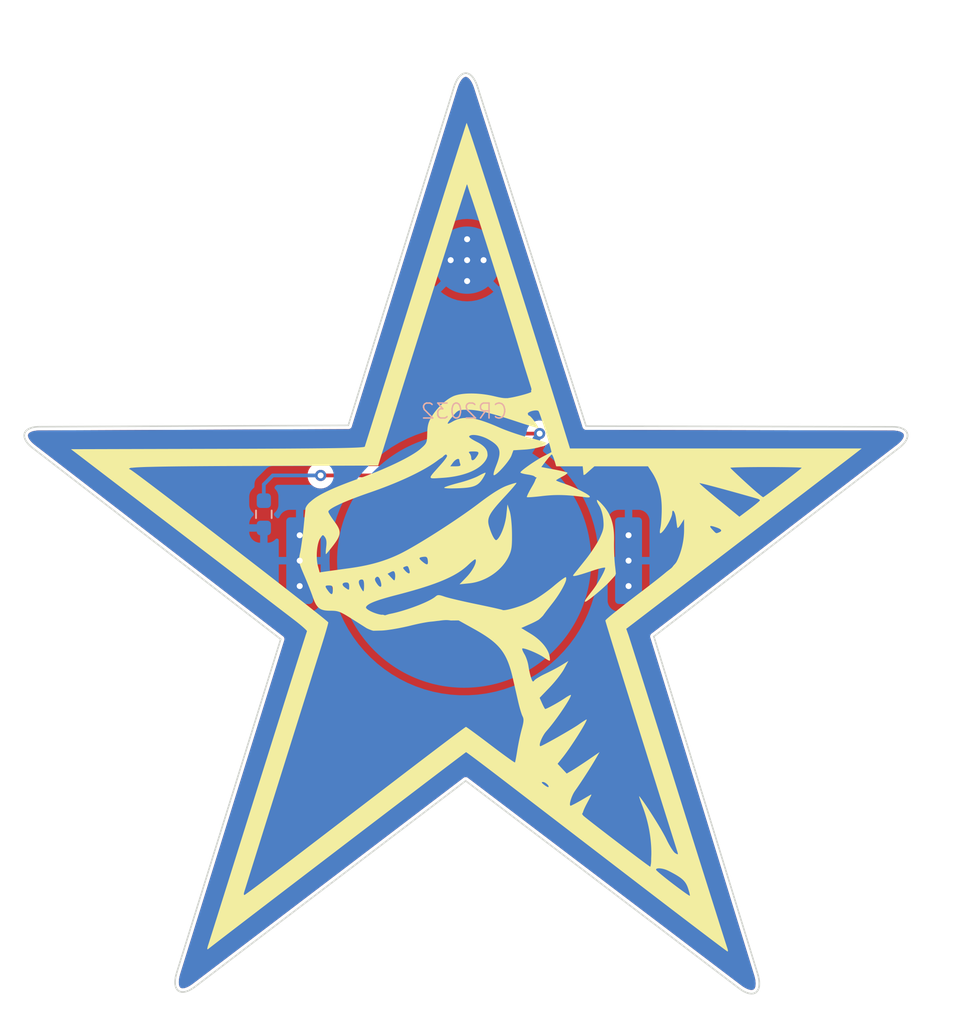
<source format=kicad_pcb>
(kicad_pcb (version 20240108) (generator "pcbnew") (generator_version "8.0")
  (layers (0 "F.Cu" signal) (31 "B.Cu" signal) (34 "B.Paste" user) (35 "F.Paste" user) (36 "B.SilkS" user "B.Silkscreen") (37 "F.SilkS" user "F.Silkscreen") (38 "B.Mask" user) (39 "F.Mask" user) (44 "Edge.Cuts" user))
  (net 0 "")
  (net 1 "+BATT")
  (net 2 "Net-(D1-A)")
  (net 3 "Net-(CR2032--)")
  (footprint "badge:mozilla-lizard-star-logo" (layer "F.Cu") (at 29.1 37.8)
    (property "Reference" "mozilla-lizard-star-logo" (hide yes))
    (property "Value" "mozilla-lizard-star-logo" (hide yes))
    (fp_line (start 1.273079 25.802876) (end 1.27353 25.861877) (stroke (width 0.103188)) (layer "Edge.Cuts"))
    (fp_line (start 1.27353 25.861877) (end 1.281028 25.922751) (stroke (width 0.103188)) (layer "Edge.Cuts"))
    (fp_line (start 1.279625 25.745908) (end 1.273079 25.802876) (stroke (width 0.103188)) (layer "Edge.Cuts"))
    (fp_line (start 1.281028 25.922751) (end 1.295624 25.985339) (stroke (width 0.103188)) (layer "Edge.Cuts"))
    (fp_line (start 1.293117 25.691131) (end 1.279625 25.745908) (stroke (width 0.103188)) (layer "Edge.Cuts"))
    (fp_line (start 1.295624 25.985339) (end 1.317368 26.049484) (stroke (width 0.103188)) (layer "Edge.Cuts"))
    (fp_line (start 1.313507 25.638705) (end 1.293117 25.691131) (stroke (width 0.103188)) (layer "Edge.Cuts"))
    (fp_line (start 1.317368 26.049484) (end 1.346309 26.115025) (stroke (width 0.103188)) (layer "Edge.Cuts"))
    (fp_line (start 1.340743 25.588788) (end 1.313507 25.638705) (stroke (width 0.103188)) (layer "Edge.Cuts"))
    (fp_line (start 1.346309 26.115025) (end 1.382499 26.181805) (stroke (width 0.103188)) (layer "Edge.Cuts"))
    (fp_line (start 1.374775 25.541539) (end 1.340743 25.588788) (stroke (width 0.103188)) (layer "Edge.Cuts"))
    (fp_line (start 1.382499 26.181805) (end 1.425987 26.249663) (stroke (width 0.103188)) (layer "Edge.Cuts"))
    (fp_line (start 1.415553 25.497116) (end 1.374775 25.541539) (stroke (width 0.103188)) (layer "Edge.Cuts"))
    (fp_line (start 1.425987 26.249663) (end 1.476824 26.318442) (stroke (width 0.103188)) (layer "Edge.Cuts"))
    (fp_line (start 1.463026 25.45568) (end 1.415553 25.497116) (stroke (width 0.103188)) (layer "Edge.Cuts"))
    (fp_line (start 1.476824 26.318442) (end 1.535059 26.387982) (stroke (width 0.103188)) (layer "Edge.Cuts"))
    (fp_line (start 1.517146 25.417389) (end 1.463026 25.45568) (stroke (width 0.103188)) (layer "Edge.Cuts"))
    (fp_line (start 1.535059 26.387982) (end 1.600744 26.458125) (stroke (width 0.103188)) (layer "Edge.Cuts"))
    (fp_line (start 1.57786 25.382401) (end 1.517146 25.417389) (stroke (width 0.103188)) (layer "Edge.Cuts"))
    (fp_line (start 1.600744 26.458125) (end 1.673928 26.52871) (stroke (width 0.103188)) (layer "Edge.Cuts"))
    (fp_line (start 1.64512 25.350875) (end 1.57786 25.382401) (stroke (width 0.103188)) (layer "Edge.Cuts"))
    (fp_line (start 1.673928 26.52871) (end 1.754661 26.599581) (stroke (width 0.103188)) (layer "Edge.Cuts"))
    (fp_line (start 1.718875 25.322972) (end 1.64512 25.350875) (stroke (width 0.103188)) (layer "Edge.Cuts"))
    (fp_line (start 1.754661 26.599581) (end 1.842994 26.670577) (stroke (width 0.103188)) (layer "Edge.Cuts"))
    (fp_line (start 1.799074 25.298848) (end 1.718875 25.322972) (stroke (width 0.103188)) (layer "Edge.Cuts"))
    (fp_line (start 1.842994 26.670577) (end 18.429946 39.451677) (stroke (width 0.103188)) (layer "Edge.Cuts"))
    (fp_line (start 1.885667 25.278664) (end 1.799074 25.298848) (stroke (width 0.103188)) (layer "Edge.Cuts"))
    (fp_line (start 1.978605 25.262578) (end 1.885667 25.278664) (stroke (width 0.103188)) (layer "Edge.Cuts"))
    (fp_line (start 2.077837 25.250749) (end 1.978605 25.262578) (stroke (width 0.103188)) (layer "Edge.Cuts"))
    (fp_line (start 2.183312 25.243336) (end 2.077837 25.250749) (stroke (width 0.103188)) (layer "Edge.Cuts"))
    (fp_line (start 2.294981 25.240497) (end 2.183312 25.243336) (stroke (width 0.103188)) (layer "Edge.Cuts"))
    (fp_line (start 11.362288 62.415546) (end 11.365794 62.494284) (stroke (width 0.103188)) (layer "Edge.Cuts"))
    (fp_line (start 11.363596 62.332044) (end 11.362288 62.415546) (stroke (width 0.103188)) (layer "Edge.Cuts"))
    (fp_line (start 11.365794 62.494284) (end 11.37401 62.568178) (stroke (width 0.103188)) (layer "Edge.Cuts"))
    (fp_line (start 11.36982 62.243857) (end 11.363596 62.332044) (stroke (width 0.103188)) (layer "Edge.Cuts"))
    (fp_line (start 11.37401 62.568178) (end 11.386833 62.63715) (stroke (width 0.103188)) (layer "Edge.Cuts"))
    (fp_line (start 11.381065 62.151064) (end 11.36982 62.243857) (stroke (width 0.103188)) (layer "Edge.Cuts"))
    (fp_line (start 11.386833 62.63715) (end 11.404159 62.701121) (stroke (width 0.103188)) (layer "Edge.Cuts"))
    (fp_line (start 11.397433 62.053745) (end 11.381065 62.151064) (stroke (width 0.103188)) (layer "Edge.Cuts"))
    (fp_line (start 11.404159 62.701121) (end 11.425886 62.760011) (stroke (width 0.103188)) (layer "Edge.Cuts"))
    (fp_line (start 11.419028 61.951977) (end 11.397433 62.053745) (stroke (width 0.103188)) (layer "Edge.Cuts"))
    (fp_line (start 11.425886 62.760011) (end 11.45191 62.813741) (stroke (width 0.103188)) (layer "Edge.Cuts"))
    (fp_line (start 11.445953 61.845841) (end 11.419028 61.951977) (stroke (width 0.103188)) (layer "Edge.Cuts"))
    (fp_line (start 11.45191 62.813741) (end 11.482128 62.862233) (stroke (width 0.103188)) (layer "Edge.Cuts"))
    (fp_line (start 11.478311 61.735415) (end 11.445953 61.845841) (stroke (width 0.103188)) (layer "Edge.Cuts"))
    (fp_line (start 11.482128 62.862233) (end 11.516436 62.905406) (stroke (width 0.103188)) (layer "Edge.Cuts"))
    (fp_line (start 11.516436 62.905406) (end 11.554731 62.943183) (stroke (width 0.103188)) (layer "Edge.Cuts"))
    (fp_line (start 11.554731 62.943183) (end 11.59691 62.975483) (stroke (width 0.103188)) (layer "Edge.Cuts"))
    (fp_line (start 11.59691 62.975483) (end 11.64287 63.002229) (stroke (width 0.103188)) (layer "Edge.Cuts"))
    (fp_line (start 11.64287 63.002229) (end 11.692507 63.02334) (stroke (width 0.103188)) (layer "Edge.Cuts"))
    (fp_line (start 11.692507 63.02334) (end 11.745718 63.038737) (stroke (width 0.103188)) (layer "Edge.Cuts"))
    (fp_line (start 11.745718 63.038737) (end 11.8024 63.048342) (stroke (width 0.103188)) (layer "Edge.Cuts"))
    (fp_line (start 11.8024 63.048342) (end 11.862449 63.052076) (stroke (width 0.103188)) (layer "Edge.Cuts"))
    (fp_line (start 11.862449 63.052076) (end 11.925762 63.049858) (stroke (width 0.103188)) (layer "Edge.Cuts"))
    (fp_line (start 11.925762 63.049858) (end 11.992236 63.041611) (stroke (width 0.103188)) (layer "Edge.Cuts"))
    (fp_line (start 11.992236 63.041611) (end 12.061768 63.027255) (stroke (width 0.103188)) (layer "Edge.Cuts"))
    (fp_line (start 12.061768 63.027255) (end 12.134253 63.006711) (stroke (width 0.103188)) (layer "Edge.Cuts"))
    (fp_line (start 12.134253 63.006711) (end 12.20959 62.9799) (stroke (width 0.103188)) (layer "Edge.Cuts"))
    (fp_line (start 12.20959 62.9799) (end 12.287674 62.946743) (stroke (width 0.103188)) (layer "Edge.Cuts"))
    (fp_line (start 12.287674 62.946743) (end 12.368403 62.90716) (stroke (width 0.103188)) (layer "Edge.Cuts"))
    (fp_line (start 12.368403 62.90716) (end 12.451672 62.861073) (stroke (width 0.103188)) (layer "Edge.Cuts"))
    (fp_line (start 12.451672 62.861073) (end 12.537379 62.808402) (stroke (width 0.103188)) (layer "Edge.Cuts"))
    (fp_line (start 12.537379 62.808402) (end 12.625421 62.749068) (stroke (width 0.103188)) (layer "Edge.Cuts"))
    (fp_line (start 12.625421 62.749068) (end 12.715694 62.682993) (stroke (width 0.103188)) (layer "Edge.Cuts"))
    (fp_line (start 12.715694 62.682993) (end 30.803771 48.927457) (stroke (width 0.103188)) (layer "Edge.Cuts"))
    (fp_line (start 18.429946 39.451677) (end 11.478311 61.735415) (stroke (width 0.103188)) (layer "Edge.Cuts"))
    (fp_line (start 22.949815 25.150878) (end 2.294981 25.240497) (stroke (width 0.103188)) (layer "Edge.Cuts"))
    (fp_line (start 30.018375 2.533167) (end 22.949815 25.150878) (stroke (width 0.103188)) (layer "Edge.Cuts"))
    (fp_line (start 30.05405 2.425563) (end 30.018375 2.533167) (stroke (width 0.103188)) (layer "Edge.Cuts"))
    (fp_line (start 30.091694 2.324493) (end 30.05405 2.425563) (stroke (width 0.103188)) (layer "Edge.Cuts"))
    (fp_line (start 30.131185 2.229957) (end 30.091694 2.324493) (stroke (width 0.103188)) (layer "Edge.Cuts"))
    (fp_line (start 30.172402 2.141955) (end 30.131185 2.229957) (stroke (width 0.103188)) (layer "Edge.Cuts"))
    (fp_line (start 30.215224 2.060485) (end 30.172402 2.141955) (stroke (width 0.103188)) (layer "Edge.Cuts"))
    (fp_line (start 30.259528 1.985549) (end 30.215224 2.060485) (stroke (width 0.103188)) (layer "Edge.Cuts"))
    (fp_line (start 30.305195 1.917144) (end 30.259528 1.985549) (stroke (width 0.103188)) (layer "Edge.Cuts"))
    (fp_line (start 30.352102 1.855272) (end 30.305195 1.917144) (stroke (width 0.103188)) (layer "Edge.Cuts"))
    (fp_line (start 30.400128 1.799931) (end 30.352102 1.855272) (stroke (width 0.103188)) (layer "Edge.Cuts"))
    (fp_line (start 30.449151 1.751121) (end 30.400128 1.799931) (stroke (width 0.103188)) (layer "Edge.Cuts"))
    (fp_line (start 30.49905 1.708842) (end 30.449151 1.751121) (stroke (width 0.103188)) (layer "Edge.Cuts"))
    (fp_line (start 30.549704 1.673093) (end 30.49905 1.708842) (stroke (width 0.103188)) (layer "Edge.Cuts"))
    (fp_line (start 30.600991 1.643875) (end 30.549704 1.673093) (stroke (width 0.103188)) (layer "Edge.Cuts"))
    (fp_line (start 30.65279 1.621186) (end 30.600991 1.643875) (stroke (width 0.103188)) (layer "Edge.Cuts"))
    (fp_line (start 30.704979 1.605027) (end 30.65279 1.621186) (stroke (width 0.103188)) (layer "Edge.Cuts"))
    (fp_line (start 30.757438 1.595396) (end 30.704979 1.605027) (stroke (width 0.103188)) (layer "Edge.Cuts"))
    (fp_line (start 30.803771 48.927457) (end 49.074763 62.791517) (stroke (width 0.103188)) (layer "Edge.Cuts"))
    (fp_line (start 30.810043 1.592294) (end 30.757438 1.595396) (stroke (width 0.103188)) (layer "Edge.Cuts"))
    (fp_line (start 30.862675 1.59572) (end 30.810043 1.592294) (stroke (width 0.103188)) (layer "Edge.Cuts"))
    (fp_line (start 30.915211 1.605674) (end 30.862675 1.59572) (stroke (width 0.103188)) (layer "Edge.Cuts"))
    (fp_line (start 30.96753 1.622156) (end 30.915211 1.605674) (stroke (width 0.103188)) (layer "Edge.Cuts"))
    (fp_line (start 31.019512 1.645164) (end 30.96753 1.622156) (stroke (width 0.103188)) (layer "Edge.Cuts"))
    (fp_line (start 31.071033 1.674699) (end 31.019512 1.645164) (stroke (width 0.103188)) (layer "Edge.Cuts"))
    (fp_line (start 31.121973 1.710761) (end 31.071033 1.674699) (stroke (width 0.103188)) (layer "Edge.Cuts"))
    (fp_line (start 31.172211 1.753348) (end 31.121973 1.710761) (stroke (width 0.103188)) (layer "Edge.Cuts"))
    (fp_line (start 31.221625 1.802462) (end 31.172211 1.753348) (stroke (width 0.103188)) (layer "Edge.Cuts"))
    (fp_line (start 31.270094 1.8581) (end 31.221625 1.802462) (stroke (width 0.103188)) (layer "Edge.Cuts"))
    (fp_line (start 31.317496 1.920263) (end 31.270094 1.8581) (stroke (width 0.103188)) (layer "Edge.Cuts"))
    (fp_line (start 31.363709 1.98895) (end 31.317496 1.920263) (stroke (width 0.103188)) (layer "Edge.Cuts"))
    (fp_line (start 31.408613 2.064162) (end 31.363709 1.98895) (stroke (width 0.103188)) (layer "Edge.Cuts"))
    (fp_line (start 31.452086 2.145897) (end 31.408613 2.064162) (stroke (width 0.103188)) (layer "Edge.Cuts"))
    (fp_line (start 31.494006 2.234156) (end 31.452086 2.145897) (stroke (width 0.103188)) (layer "Edge.Cuts"))
    (fp_line (start 31.534252 2.328938) (end 31.494006 2.234156) (stroke (width 0.103188)) (layer "Edge.Cuts"))
    (fp_line (start 31.572703 2.430242) (end 31.534252 2.328938) (stroke (width 0.103188)) (layer "Edge.Cuts"))
    (fp_line (start 31.609237 2.538068) (end 31.572703 2.430242) (stroke (width 0.103188)) (layer "Edge.Cuts"))
    (fp_line (start 38.858436 25.199889) (end 31.609237 2.538068) (stroke (width 0.103188)) (layer "Edge.Cuts"))
    (fp_line (start 43.39231 39.270027) (end 59.802822 26.652412) (stroke (width 0.103188)) (layer "Edge.Cuts"))
    (fp_line (start 49.074763 62.791517) (end 49.165961 62.858099) (stroke (width 0.103188)) (layer "Edge.Cuts"))
    (fp_line (start 49.165961 62.858099) (end 49.254929 62.917857) (stroke (width 0.103188)) (layer "Edge.Cuts"))
    (fp_line (start 49.254929 62.917857) (end 49.341563 62.970873) (stroke (width 0.103188)) (layer "Edge.Cuts"))
    (fp_line (start 49.341563 62.970873) (end 49.425756 63.017226) (stroke (width 0.103188)) (layer "Edge.Cuts"))
    (fp_line (start 49.425756 63.017226) (end 49.507404 63.056998) (stroke (width 0.103188)) (layer "Edge.Cuts"))
    (fp_line (start 49.507404 63.056998) (end 49.586402 63.090268) (stroke (width 0.103188)) (layer "Edge.Cuts"))
    (fp_line (start 49.586402 63.090268) (end 49.662645 63.117119) (stroke (width 0.103188)) (layer "Edge.Cuts"))
    (fp_line (start 49.662645 63.117119) (end 49.736028 63.137629) (stroke (width 0.103188)) (layer "Edge.Cuts"))
    (fp_line (start 49.736028 63.137629) (end 49.806445 63.15188) (stroke (width 0.103188)) (layer "Edge.Cuts"))
    (fp_line (start 49.806445 63.15188) (end 49.873792 63.159953) (stroke (width 0.103188)) (layer "Edge.Cuts"))
    (fp_line (start 49.873792 63.159953) (end 49.937964 63.161928) (stroke (width 0.103188)) (layer "Edge.Cuts"))
    (fp_line (start 49.937964 63.161928) (end 49.998854 63.157885) (stroke (width 0.103188)) (layer "Edge.Cuts"))
    (fp_line (start 49.998854 63.157885) (end 50.056359 63.147906) (stroke (width 0.103188)) (layer "Edge.Cuts"))
    (fp_line (start 50.056359 63.147906) (end 50.110373 63.132071) (stroke (width 0.103188)) (layer "Edge.Cuts"))
    (fp_line (start 50.110373 63.132071) (end 50.160791 63.11046) (stroke (width 0.103188)) (layer "Edge.Cuts"))
    (fp_line (start 50.160791 63.11046) (end 50.207509 63.083155) (stroke (width 0.103188)) (layer "Edge.Cuts"))
    (fp_line (start 50.207509 63.083155) (end 50.25042 63.050235) (stroke (width 0.103188)) (layer "Edge.Cuts"))
    (fp_line (start 50.25042 63.050235) (end 50.28942 63.011782) (stroke (width 0.103188)) (layer "Edge.Cuts"))
    (fp_line (start 50.28942 63.011782) (end 50.324403 62.967875) (stroke (width 0.103188)) (layer "Edge.Cuts"))
    (fp_line (start 50.324403 62.967875) (end 50.355265 62.918597) (stroke (width 0.103188)) (layer "Edge.Cuts"))
    (fp_line (start 50.333617 61.825774) (end 43.39231 39.270027) (stroke (width 0.103188)) (layer "Edge.Cuts"))
    (fp_line (start 50.355265 62.918597) (end 50.381901 62.864027) (stroke (width 0.103188)) (layer "Edge.Cuts"))
    (fp_line (start 50.365895 61.937557) (end 50.333617 61.825774) (stroke (width 0.103188)) (layer "Edge.Cuts"))
    (fp_line (start 50.381901 62.864027) (end 50.404206 62.804245) (stroke (width 0.103188)) (layer "Edge.Cuts"))
    (fp_line (start 50.392686 62.045015) (end 50.365895 61.937557) (stroke (width 0.103188)) (layer "Edge.Cuts"))
    (fp_line (start 50.404206 62.804245) (end 50.422073 62.739333) (stroke (width 0.103188)) (layer "Edge.Cuts"))
    (fp_line (start 50.414095 62.148069) (end 50.392686 62.045015) (stroke (width 0.103188)) (layer "Edge.Cuts"))
    (fp_line (start 50.422073 62.739333) (end 50.435399 62.669372) (stroke (width 0.103188)) (layer "Edge.Cuts"))
    (fp_line (start 50.430226 62.246636) (end 50.414095 62.148069) (stroke (width 0.103188)) (layer "Edge.Cuts"))
    (fp_line (start 50.435399 62.669372) (end 50.444079 62.594441) (stroke (width 0.103188)) (layer "Edge.Cuts"))
    (fp_line (start 50.441185 62.340638) (end 50.430226 62.246636) (stroke (width 0.103188)) (layer "Edge.Cuts"))
    (fp_line (start 50.444079 62.594441) (end 50.448006 62.514621) (stroke (width 0.103188)) (layer "Edge.Cuts"))
    (fp_line (start 50.447076 62.429993) (end 50.441185 62.340638) (stroke (width 0.103188)) (layer "Edge.Cuts"))
    (fp_line (start 50.448006 62.514621) (end 50.447076 62.429993) (stroke (width 0.103188)) (layer "Edge.Cuts"))
    (fp_line (start 59.349435 25.245398) (end 38.858436 25.199889) (stroke (width 0.103188)) (layer "Edge.Cuts"))
    (fp_line (start 59.460227 25.247962) (end 59.349435 25.245398) (stroke (width 0.103188)) (layer "Edge.Cuts"))
    (fp_line (start 59.56489 25.255042) (end 59.460227 25.247962) (stroke (width 0.103188)) (layer "Edge.Cuts"))
    (fp_line (start 59.663374 25.266483) (end 59.56489 25.255042) (stroke (width 0.103188)) (layer "Edge.Cuts"))
    (fp_line (start 59.75563 25.282128) (end 59.663374 25.266483) (stroke (width 0.103188)) (layer "Edge.Cuts"))
    (fp_line (start 59.802822 26.652412) (end 59.890206 26.582332) (stroke (width 0.103188)) (layer "Edge.Cuts"))
    (fp_line (start 59.841605 25.30182) (end 59.75563 25.282128) (stroke (width 0.103188)) (layer "Edge.Cuts"))
    (fp_line (start 59.890206 26.582332) (end 59.97005 26.512391) (stroke (width 0.103188)) (layer "Edge.Cuts"))
    (fp_line (start 59.921251 25.325405) (end 59.841605 25.30182) (stroke (width 0.103188)) (layer "Edge.Cuts"))
    (fp_line (start 59.97005 26.512391) (end 60.042406 26.442746) (stroke (width 0.103188)) (layer "Edge.Cuts"))
    (fp_line (start 59.994517 25.352724) (end 59.921251 25.325405) (stroke (width 0.103188)) (layer "Edge.Cuts"))
    (fp_line (start 60.042406 26.442746) (end 60.107324 26.373553) (stroke (width 0.103188)) (layer "Edge.Cuts"))
    (fp_line (start 60.061352 25.383623) (end 59.994517 25.352724) (stroke (width 0.103188)) (layer "Edge.Cuts"))
    (fp_line (start 60.107324 26.373553) (end 60.164854 26.304969) (stroke (width 0.103188)) (layer "Edge.Cuts"))
    (fp_line (start 60.121707 25.417943) (end 60.061352 25.383623) (stroke (width 0.103188)) (layer "Edge.Cuts"))
    (fp_line (start 60.164854 26.304969) (end 60.215046 26.23715) (stroke (width 0.103188)) (layer "Edge.Cuts"))
    (fp_line (start 60.17553 25.45553) (end 60.121707 25.417943) (stroke (width 0.103188)) (layer "Edge.Cuts"))
    (fp_line (start 60.215046 26.23715) (end 60.257952 26.170251) (stroke (width 0.103188)) (layer "Edge.Cuts"))
    (fp_line (start 60.222771 25.496227) (end 60.17553 25.45553) (stroke (width 0.103188)) (layer "Edge.Cuts"))
    (fp_line (start 60.257952 26.170251) (end 60.293621 26.104431) (stroke (width 0.103188)) (layer "Edge.Cuts"))
    (fp_line (start 60.26338 25.539878) (end 60.222771 25.496227) (stroke (width 0.103188)) (layer "Edge.Cuts"))
    (fp_line (start 60.293621 26.104431) (end 60.322104 26.039843) (stroke (width 0.103188)) (layer "Edge.Cuts"))
    (fp_line (start 60.297306 25.586325) (end 60.26338 25.539878) (stroke (width 0.103188)) (layer "Edge.Cuts"))
    (fp_line (start 60.322104 26.039843) (end 60.343451 25.976647) (stroke (width 0.103188)) (layer "Edge.Cuts"))
    (fp_line (start 60.3245 25.635414) (end 60.297306 25.586325) (stroke (width 0.103188)) (layer "Edge.Cuts"))
    (fp_line (start 60.343451 25.976647) (end 60.357712 25.914996) (stroke (width 0.103188)) (layer "Edge.Cuts"))
    (fp_line (start 60.34491 25.686986) (end 60.3245 25.635414) (stroke (width 0.103188)) (layer "Edge.Cuts"))
    (fp_line (start 60.357712 25.914996) (end 60.364938 25.855049) (stroke (width 0.103188)) (layer "Edge.Cuts"))
    (fp_line (start 60.358487 25.740887) (end 60.34491 25.686986) (stroke (width 0.103188)) (layer "Edge.Cuts"))
    (fp_line (start 60.364938 25.855049) (end 60.36518 25.79696) (stroke (width 0.103188)) (layer "Edge.Cuts"))
    (fp_line (start 60.36518 25.79696) (end 60.358487 25.740887) (stroke (width 0.103188)) (layer "Edge.Cuts"))
  )
  (footprint "LED_SMD:LED_0402_1005Metric_Pad0.77x0.64mm_HandSolder" (layer "F.Cu") (at 59.8 65.25 -153.5)
    (property "Reference" "D1" (hide yes))
    (property "Value" "LED" (hide yes))
    (pad "1" smd roundrect (at -0.6475 0 206.5) (size 0.915 0.64) (layers "F.Cu" "F.Paste" "F.Mask") (net 3 "Net-(CR2032--)"))
    (pad "2" smd roundrect (at 0.6475 0 206.5) (size 0.915 0.64) (layers "F.Cu" "F.Paste" "F.Mask") (net 2 "Net-(D1-A)"))
  )
  (footprint "badge:BAT-HLD-001" (layer "B.Cu") (at 59.8 72 180)
    (property "Reference" "CR2032" (at 0 10 0) (layer "B.SilkS") (effects (font (thickness 0.1)) (justify mirror)))
    (property "Value" "Battery_Cell" (hide yes))
    (pad "1" smd roundrect (at -11 0 180) (size 1.8 5.8) (layers "B.Cu" "B.Paste" "B.Mask") (roundrect_rratio 0.1388888889) (net 1 "+BATT"))
    (pad "1" smd roundrect (at 11 0 180) (size 1.8 5.8) (layers "B.Cu" "B.Paste" "B.Mask") (roundrect_rratio 0.1388888889) (net 1 "+BATT"))
    (pad "2" smd circle (at 0 0 180) (size 17 17) (layers "B.Cu" "B.Mask") (net 3 "Net-(CR2032--)"))
  )
  (footprint "badge:names" (layer "B.Cu") (at 81.626728 65.222885 180)
    (property "Reference" "names" (hide yes))
    (property "Value" "names" (hide yes))
  )
  (footprint "Resistor_SMD:R_0603_1608Metric_Pad0.98x0.95mm_HandSolder" (layer "B.Cu") (at 46.4 68.9 -90)
    (property "Reference" "R1" (hide yes))
    (property "Value" "470" (hide yes))
    (pad "1" smd roundrect (at -0.9125 0.000001 270) (size 0.975 0.95) (layers "B.Cu" "B.Paste" "B.Mask") (net 2 "Net-(D1-A)"))
    (pad "2" smd roundrect (at 0.9125 -0.000001 270) (size 0.975 0.95) (layers "B.Cu" "B.Paste" "B.Mask") (net 1 "+BATT"))
  )
  (footprint "badge:tie-tack-pin" (layer "B.Cu") (at 60 51.9 180)
    (property "Reference" "J1" (hide yes))
    (property "Value" "TIE_TACK" (hide yes))
    (pad "1" smd circle (at 0 0 180) (size 4.5 4.5) (layers "B.Cu" "B.Paste" "B.Mask") (net 1 "+BATT"))
  )
  (via (at 48.8 73.7) (size 0.6) (drill 0.4) (layers "F.Cu" "B.Cu") (net 1))
  (via (at 70.8 70.3) (size 0.6) (drill 0.4) (layers "F.Cu" "B.Cu") (net 1))
  (via (at 60 51.9) (size 0.6) (drill 0.4) (layers "F.Cu" "B.Cu") (net 1))
  (via (at 48.8 70.3) (size 0.6) (drill 0.4) (layers "F.Cu" "B.Cu") (net 1))
  (via (at 58.9 51.9) (size 0.6) (drill 0.4) (layers "F.Cu" "B.Cu") (net 1))
  (via (at 60 53.3) (size 0.6) (drill 0.4) (layers "F.Cu" "B.Cu") (net 1))
  (via (at 60 50.5) (size 0.6) (drill 0.4) (layers "F.Cu" "B.Cu") (net 1))
  (via (at 70.8 73.7) (size 0.6) (drill 0.4) (layers "F.Cu" "B.Cu") (net 1))
  (via (at 70.8 72) (size 0.6) (drill 0.4) (layers "F.Cu" "B.Cu") (net 1))
  (via (at 61.1 51.9) (size 0.6) (drill 0.4) (layers "F.Cu" "B.Cu") (net 1))
  (via (at 48.8 72) (size 0.6) (drill 0.4) (layers "F.Cu" "B.Cu") (net 1))
  (segment (start 46.95 72) (end 46.400001 71.450001) (width 0.25) (layer "B.Cu") (net 1))
  (segment (start 46.400001 71.450001) (end 46.400001 69.8125) (width 0.25) (layer "B.Cu") (net 1))
  (segment (start 46.95 72) (end 48.8 72) (width 0.25) (layer "B.Cu") (net 1))
  (segment (start 50.2 66.3) (end 57.75 66.3) (width 0.25) (layer "F.Cu") (net 2))
  (segment (start 57.75 66.3) (end 59.28765 65.505448) (width 0.25) (layer "F.Cu") (net 2))
  (via (at 50.2 66.3) (size 0.75) (drill 0.4) (layers "F.Cu" "B.Cu") (net 2))
  (segment (start 46.399999 67.9875) (end 46.399999 66.900001) (width 0.25) (layer "B.Cu") (net 2))
  (segment (start 47 66.3) (end 50.2 66.3) (width 0.25) (layer "B.Cu") (net 2))
  (segment (start 46.399999 66.900001) (end 47 66.3) (width 0.25) (layer "B.Cu") (net 2))
  (segment (start 63.25 63.5) (end 64.85 63.5) (width 0.25) (layer "F.Cu") (net 3))
  (segment (start 60.31235 64.994552) (end 63.25 63.5) (width 0.25) (layer "F.Cu") (net 3))
  (via (at 64.85 63.5) (size 0.75) (drill 0.4) (layers "F.Cu" "B.Cu") (net 3))
  (segment (start 64.85 63.5) (end 59.8 72) (width 0.5) (layer "B.Cu") (net 3))
  (zone (net 1) (net_name "+BATT") (layer "F.Cu") (connect_pads (clearance 0.5)) (min_thickness 0.25) (fill yes (thermal_gap 0.5) (thermal_bridge_width 0.5) (island_removal_mode 1) (island_area_min 10))
    (polygon (pts (xy 93.25 34.5) (xy 93.25 103) (xy 28.75 103) (xy 28.75 34.5)))
  )
  (zone (net 1) (net_name "+BATT") (layer "B.Cu") (priority 1) (connect_pads (clearance 0.5)) (min_thickness 0.25) (fill yes (thermal_gap 0.5) (thermal_bridge_width 0.5))
    (polygon (pts (xy 28.75 34.5) (xy 93.25 34.5) (xy 93.25 103) (xy 28.75 103)))
  )
)
</source>
